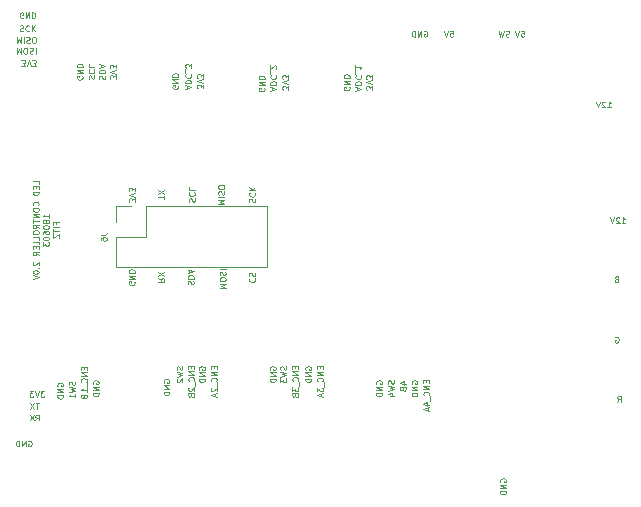
<source format=gbo>
G04 #@! TF.GenerationSoftware,KiCad,Pcbnew,5.0.0-rc2-unknown-2cb65f9~65~ubuntu17.10.1*
G04 #@! TF.CreationDate,2018-06-03T21:59:00-07:00*
G04 #@! TF.ProjectId,led_controller,6C65645F636F6E74726F6C6C65722E6B,rev?*
G04 #@! TF.SameCoordinates,Original*
G04 #@! TF.FileFunction,Legend,Bot*
G04 #@! TF.FilePolarity,Positive*
%FSLAX46Y46*%
G04 Gerber Fmt 4.6, Leading zero omitted, Abs format (unit mm)*
G04 Created by KiCad (PCBNEW 5.0.0-rc2-unknown-2cb65f9~65~ubuntu17.10.1) date Sun Jun  3 21:59:00 2018*
%MOMM*%
%LPD*%
G01*
G04 APERTURE LIST*
%ADD10C,0.125000*%
%ADD11C,0.120000*%
%ADD12C,0.100000*%
G04 APERTURE END LIST*
D10*
X107151190Y-116830952D02*
X107151190Y-116592857D01*
X106651190Y-116592857D01*
X106889285Y-116997619D02*
X106889285Y-117164285D01*
X107151190Y-117235714D02*
X107151190Y-116997619D01*
X106651190Y-116997619D01*
X106651190Y-117235714D01*
X107151190Y-117450000D02*
X106651190Y-117450000D01*
X106651190Y-117569047D01*
X106675000Y-117640476D01*
X106722619Y-117688095D01*
X106770238Y-117711904D01*
X106865476Y-117735714D01*
X106936904Y-117735714D01*
X107032142Y-117711904D01*
X107079761Y-117688095D01*
X107127380Y-117640476D01*
X107151190Y-117569047D01*
X107151190Y-117450000D01*
X107103571Y-118616666D02*
X107127380Y-118592857D01*
X107151190Y-118521428D01*
X107151190Y-118473809D01*
X107127380Y-118402380D01*
X107079761Y-118354761D01*
X107032142Y-118330952D01*
X106936904Y-118307142D01*
X106865476Y-118307142D01*
X106770238Y-118330952D01*
X106722619Y-118354761D01*
X106675000Y-118402380D01*
X106651190Y-118473809D01*
X106651190Y-118521428D01*
X106675000Y-118592857D01*
X106698809Y-118616666D01*
X106651190Y-118926190D02*
X106651190Y-119021428D01*
X106675000Y-119069047D01*
X106722619Y-119116666D01*
X106817857Y-119140476D01*
X106984523Y-119140476D01*
X107079761Y-119116666D01*
X107127380Y-119069047D01*
X107151190Y-119021428D01*
X107151190Y-118926190D01*
X107127380Y-118878571D01*
X107079761Y-118830952D01*
X106984523Y-118807142D01*
X106817857Y-118807142D01*
X106722619Y-118830952D01*
X106675000Y-118878571D01*
X106651190Y-118926190D01*
X107151190Y-119354761D02*
X106651190Y-119354761D01*
X107151190Y-119640476D01*
X106651190Y-119640476D01*
X106651190Y-119807142D02*
X106651190Y-120092857D01*
X107151190Y-119950000D02*
X106651190Y-119950000D01*
X107151190Y-120545238D02*
X106913095Y-120378571D01*
X107151190Y-120259523D02*
X106651190Y-120259523D01*
X106651190Y-120450000D01*
X106675000Y-120497619D01*
X106698809Y-120521428D01*
X106746428Y-120545238D01*
X106817857Y-120545238D01*
X106865476Y-120521428D01*
X106889285Y-120497619D01*
X106913095Y-120450000D01*
X106913095Y-120259523D01*
X106651190Y-120854761D02*
X106651190Y-120950000D01*
X106675000Y-120997619D01*
X106722619Y-121045238D01*
X106817857Y-121069047D01*
X106984523Y-121069047D01*
X107079761Y-121045238D01*
X107127380Y-120997619D01*
X107151190Y-120950000D01*
X107151190Y-120854761D01*
X107127380Y-120807142D01*
X107079761Y-120759523D01*
X106984523Y-120735714D01*
X106817857Y-120735714D01*
X106722619Y-120759523D01*
X106675000Y-120807142D01*
X106651190Y-120854761D01*
X107151190Y-121521428D02*
X107151190Y-121283333D01*
X106651190Y-121283333D01*
X107151190Y-121926190D02*
X107151190Y-121688095D01*
X106651190Y-121688095D01*
X106889285Y-122092857D02*
X106889285Y-122259523D01*
X107151190Y-122330952D02*
X107151190Y-122092857D01*
X106651190Y-122092857D01*
X106651190Y-122330952D01*
X107151190Y-122830952D02*
X106913095Y-122664285D01*
X107151190Y-122545238D02*
X106651190Y-122545238D01*
X106651190Y-122735714D01*
X106675000Y-122783333D01*
X106698809Y-122807142D01*
X106746428Y-122830952D01*
X106817857Y-122830952D01*
X106865476Y-122807142D01*
X106889285Y-122783333D01*
X106913095Y-122735714D01*
X106913095Y-122545238D01*
X106698809Y-123402380D02*
X106675000Y-123426190D01*
X106651190Y-123473809D01*
X106651190Y-123592857D01*
X106675000Y-123640476D01*
X106698809Y-123664285D01*
X106746428Y-123688095D01*
X106794047Y-123688095D01*
X106865476Y-123664285D01*
X107151190Y-123378571D01*
X107151190Y-123688095D01*
X107103571Y-123902380D02*
X107127380Y-123926190D01*
X107151190Y-123902380D01*
X107127380Y-123878571D01*
X107103571Y-123902380D01*
X107151190Y-123902380D01*
X106651190Y-124235714D02*
X106651190Y-124283333D01*
X106675000Y-124330952D01*
X106698809Y-124354761D01*
X106746428Y-124378571D01*
X106841666Y-124402380D01*
X106960714Y-124402380D01*
X107055952Y-124378571D01*
X107103571Y-124354761D01*
X107127380Y-124330952D01*
X107151190Y-124283333D01*
X107151190Y-124235714D01*
X107127380Y-124188095D01*
X107103571Y-124164285D01*
X107055952Y-124140476D01*
X106960714Y-124116666D01*
X106841666Y-124116666D01*
X106746428Y-124140476D01*
X106698809Y-124164285D01*
X106675000Y-124188095D01*
X106651190Y-124235714D01*
X106651190Y-124545238D02*
X107151190Y-124711904D01*
X106651190Y-124878571D01*
X108026190Y-119652380D02*
X108026190Y-119366666D01*
X108026190Y-119509523D02*
X107526190Y-119509523D01*
X107597619Y-119461904D01*
X107645238Y-119414285D01*
X107669047Y-119366666D01*
X107740476Y-119938095D02*
X107716666Y-119890476D01*
X107692857Y-119866666D01*
X107645238Y-119842857D01*
X107621428Y-119842857D01*
X107573809Y-119866666D01*
X107550000Y-119890476D01*
X107526190Y-119938095D01*
X107526190Y-120033333D01*
X107550000Y-120080952D01*
X107573809Y-120104761D01*
X107621428Y-120128571D01*
X107645238Y-120128571D01*
X107692857Y-120104761D01*
X107716666Y-120080952D01*
X107740476Y-120033333D01*
X107740476Y-119938095D01*
X107764285Y-119890476D01*
X107788095Y-119866666D01*
X107835714Y-119842857D01*
X107930952Y-119842857D01*
X107978571Y-119866666D01*
X108002380Y-119890476D01*
X108026190Y-119938095D01*
X108026190Y-120033333D01*
X108002380Y-120080952D01*
X107978571Y-120104761D01*
X107930952Y-120128571D01*
X107835714Y-120128571D01*
X107788095Y-120104761D01*
X107764285Y-120080952D01*
X107740476Y-120033333D01*
X107526190Y-120438095D02*
X107526190Y-120485714D01*
X107550000Y-120533333D01*
X107573809Y-120557142D01*
X107621428Y-120580952D01*
X107716666Y-120604761D01*
X107835714Y-120604761D01*
X107930952Y-120580952D01*
X107978571Y-120557142D01*
X108002380Y-120533333D01*
X108026190Y-120485714D01*
X108026190Y-120438095D01*
X108002380Y-120390476D01*
X107978571Y-120366666D01*
X107930952Y-120342857D01*
X107835714Y-120319047D01*
X107716666Y-120319047D01*
X107621428Y-120342857D01*
X107573809Y-120366666D01*
X107550000Y-120390476D01*
X107526190Y-120438095D01*
X107526190Y-121033333D02*
X107526190Y-120938095D01*
X107550000Y-120890476D01*
X107573809Y-120866666D01*
X107645238Y-120819047D01*
X107740476Y-120795238D01*
X107930952Y-120795238D01*
X107978571Y-120819047D01*
X108002380Y-120842857D01*
X108026190Y-120890476D01*
X108026190Y-120985714D01*
X108002380Y-121033333D01*
X107978571Y-121057142D01*
X107930952Y-121080952D01*
X107811904Y-121080952D01*
X107764285Y-121057142D01*
X107740476Y-121033333D01*
X107716666Y-120985714D01*
X107716666Y-120890476D01*
X107740476Y-120842857D01*
X107764285Y-120819047D01*
X107811904Y-120795238D01*
X107526190Y-121390476D02*
X107526190Y-121438095D01*
X107550000Y-121485714D01*
X107573809Y-121509523D01*
X107621428Y-121533333D01*
X107716666Y-121557142D01*
X107835714Y-121557142D01*
X107930952Y-121533333D01*
X107978571Y-121509523D01*
X108002380Y-121485714D01*
X108026190Y-121438095D01*
X108026190Y-121390476D01*
X108002380Y-121342857D01*
X107978571Y-121319047D01*
X107930952Y-121295238D01*
X107835714Y-121271428D01*
X107716666Y-121271428D01*
X107621428Y-121295238D01*
X107573809Y-121319047D01*
X107550000Y-121342857D01*
X107526190Y-121390476D01*
X107526190Y-121723809D02*
X107526190Y-122033333D01*
X107716666Y-121866666D01*
X107716666Y-121938095D01*
X107740476Y-121985714D01*
X107764285Y-122009523D01*
X107811904Y-122033333D01*
X107930952Y-122033333D01*
X107978571Y-122009523D01*
X108002380Y-121985714D01*
X108026190Y-121938095D01*
X108026190Y-121795238D01*
X108002380Y-121747619D01*
X107978571Y-121723809D01*
X108639285Y-120223809D02*
X108639285Y-120057142D01*
X108901190Y-120057142D02*
X108401190Y-120057142D01*
X108401190Y-120295238D01*
X108901190Y-120485714D02*
X108401190Y-120485714D01*
X108401190Y-120652380D02*
X108401190Y-120938095D01*
X108901190Y-120795238D02*
X108401190Y-120795238D01*
X108401190Y-121057142D02*
X108401190Y-121390476D01*
X108901190Y-121057142D01*
X108901190Y-121390476D01*
X125021428Y-124783333D02*
X124997619Y-124807142D01*
X124973809Y-124878571D01*
X124973809Y-124926190D01*
X124997619Y-124997619D01*
X125045238Y-125045238D01*
X125092857Y-125069047D01*
X125188095Y-125092857D01*
X125259523Y-125092857D01*
X125354761Y-125069047D01*
X125402380Y-125045238D01*
X125450000Y-124997619D01*
X125473809Y-124926190D01*
X125473809Y-124878571D01*
X125450000Y-124807142D01*
X125426190Y-124783333D01*
X124997619Y-124592857D02*
X124973809Y-124521428D01*
X124973809Y-124402380D01*
X124997619Y-124354761D01*
X125021428Y-124330952D01*
X125069047Y-124307142D01*
X125116666Y-124307142D01*
X125164285Y-124330952D01*
X125188095Y-124354761D01*
X125211904Y-124402380D01*
X125235714Y-124497619D01*
X125259523Y-124545238D01*
X125283333Y-124569047D01*
X125330952Y-124592857D01*
X125378571Y-124592857D01*
X125426190Y-124569047D01*
X125450000Y-124545238D01*
X125473809Y-124497619D01*
X125473809Y-124378571D01*
X125450000Y-124307142D01*
X117273809Y-124783333D02*
X117511904Y-124950000D01*
X117273809Y-125069047D02*
X117773809Y-125069047D01*
X117773809Y-124878571D01*
X117750000Y-124830952D01*
X117726190Y-124807142D01*
X117678571Y-124783333D01*
X117607142Y-124783333D01*
X117559523Y-124807142D01*
X117535714Y-124830952D01*
X117511904Y-124878571D01*
X117511904Y-125069047D01*
X117773809Y-124616666D02*
X117273809Y-124283333D01*
X117773809Y-124283333D02*
X117273809Y-124616666D01*
X122473809Y-125585714D02*
X122973809Y-125585714D01*
X122616666Y-125419047D01*
X122973809Y-125252380D01*
X122473809Y-125252380D01*
X122973809Y-124919047D02*
X122973809Y-124823809D01*
X122950000Y-124776190D01*
X122902380Y-124728571D01*
X122807142Y-124704761D01*
X122640476Y-124704761D01*
X122545238Y-124728571D01*
X122497619Y-124776190D01*
X122473809Y-124823809D01*
X122473809Y-124919047D01*
X122497619Y-124966666D01*
X122545238Y-125014285D01*
X122640476Y-125038095D01*
X122807142Y-125038095D01*
X122902380Y-125014285D01*
X122950000Y-124966666D01*
X122973809Y-124919047D01*
X122497619Y-124514285D02*
X122473809Y-124442857D01*
X122473809Y-124323809D01*
X122497619Y-124276190D01*
X122521428Y-124252380D01*
X122569047Y-124228571D01*
X122616666Y-124228571D01*
X122664285Y-124252380D01*
X122688095Y-124276190D01*
X122711904Y-124323809D01*
X122735714Y-124419047D01*
X122759523Y-124466666D01*
X122783333Y-124490476D01*
X122830952Y-124514285D01*
X122878571Y-124514285D01*
X122926190Y-124490476D01*
X122950000Y-124466666D01*
X122973809Y-124419047D01*
X122973809Y-124300000D01*
X122950000Y-124228571D01*
X122473809Y-124014285D02*
X122973809Y-124014285D01*
X115250000Y-125080952D02*
X115273809Y-125128571D01*
X115273809Y-125200000D01*
X115250000Y-125271428D01*
X115202380Y-125319047D01*
X115154761Y-125342857D01*
X115059523Y-125366666D01*
X114988095Y-125366666D01*
X114892857Y-125342857D01*
X114845238Y-125319047D01*
X114797619Y-125271428D01*
X114773809Y-125200000D01*
X114773809Y-125152380D01*
X114797619Y-125080952D01*
X114821428Y-125057142D01*
X114988095Y-125057142D01*
X114988095Y-125152380D01*
X114773809Y-124842857D02*
X115273809Y-124842857D01*
X114773809Y-124557142D01*
X115273809Y-124557142D01*
X114773809Y-124319047D02*
X115273809Y-124319047D01*
X115273809Y-124200000D01*
X115250000Y-124128571D01*
X115202380Y-124080952D01*
X115154761Y-124057142D01*
X115059523Y-124033333D01*
X114988095Y-124033333D01*
X114892857Y-124057142D01*
X114845238Y-124080952D01*
X114797619Y-124128571D01*
X114773809Y-124200000D01*
X114773809Y-124319047D01*
X119797619Y-125307142D02*
X119773809Y-125235714D01*
X119773809Y-125116666D01*
X119797619Y-125069047D01*
X119821428Y-125045238D01*
X119869047Y-125021428D01*
X119916666Y-125021428D01*
X119964285Y-125045238D01*
X119988095Y-125069047D01*
X120011904Y-125116666D01*
X120035714Y-125211904D01*
X120059523Y-125259523D01*
X120083333Y-125283333D01*
X120130952Y-125307142D01*
X120178571Y-125307142D01*
X120226190Y-125283333D01*
X120250000Y-125259523D01*
X120273809Y-125211904D01*
X120273809Y-125092857D01*
X120250000Y-125021428D01*
X119773809Y-124807142D02*
X120273809Y-124807142D01*
X120273809Y-124688095D01*
X120250000Y-124616666D01*
X120202380Y-124569047D01*
X120154761Y-124545238D01*
X120059523Y-124521428D01*
X119988095Y-124521428D01*
X119892857Y-124545238D01*
X119845238Y-124569047D01*
X119797619Y-124616666D01*
X119773809Y-124688095D01*
X119773809Y-124807142D01*
X119916666Y-124330952D02*
X119916666Y-124092857D01*
X119773809Y-124378571D02*
X120273809Y-124211904D01*
X119773809Y-124045238D01*
X119897619Y-118295238D02*
X119873809Y-118223809D01*
X119873809Y-118104761D01*
X119897619Y-118057142D01*
X119921428Y-118033333D01*
X119969047Y-118009523D01*
X120016666Y-118009523D01*
X120064285Y-118033333D01*
X120088095Y-118057142D01*
X120111904Y-118104761D01*
X120135714Y-118200000D01*
X120159523Y-118247619D01*
X120183333Y-118271428D01*
X120230952Y-118295238D01*
X120278571Y-118295238D01*
X120326190Y-118271428D01*
X120350000Y-118247619D01*
X120373809Y-118200000D01*
X120373809Y-118080952D01*
X120350000Y-118009523D01*
X119921428Y-117509523D02*
X119897619Y-117533333D01*
X119873809Y-117604761D01*
X119873809Y-117652380D01*
X119897619Y-117723809D01*
X119945238Y-117771428D01*
X119992857Y-117795238D01*
X120088095Y-117819047D01*
X120159523Y-117819047D01*
X120254761Y-117795238D01*
X120302380Y-117771428D01*
X120350000Y-117723809D01*
X120373809Y-117652380D01*
X120373809Y-117604761D01*
X120350000Y-117533333D01*
X120326190Y-117509523D01*
X119873809Y-117057142D02*
X119873809Y-117295238D01*
X120373809Y-117295238D01*
X117773809Y-118080952D02*
X117773809Y-117795238D01*
X117273809Y-117938095D02*
X117773809Y-117938095D01*
X117773809Y-117676190D02*
X117273809Y-117342857D01*
X117773809Y-117342857D02*
X117273809Y-117676190D01*
X124997619Y-118342857D02*
X124973809Y-118271428D01*
X124973809Y-118152380D01*
X124997619Y-118104761D01*
X125021428Y-118080952D01*
X125069047Y-118057142D01*
X125116666Y-118057142D01*
X125164285Y-118080952D01*
X125188095Y-118104761D01*
X125211904Y-118152380D01*
X125235714Y-118247619D01*
X125259523Y-118295238D01*
X125283333Y-118319047D01*
X125330952Y-118342857D01*
X125378571Y-118342857D01*
X125426190Y-118319047D01*
X125450000Y-118295238D01*
X125473809Y-118247619D01*
X125473809Y-118128571D01*
X125450000Y-118057142D01*
X125021428Y-117557142D02*
X124997619Y-117580952D01*
X124973809Y-117652380D01*
X124973809Y-117700000D01*
X124997619Y-117771428D01*
X125045238Y-117819047D01*
X125092857Y-117842857D01*
X125188095Y-117866666D01*
X125259523Y-117866666D01*
X125354761Y-117842857D01*
X125402380Y-117819047D01*
X125450000Y-117771428D01*
X125473809Y-117700000D01*
X125473809Y-117652380D01*
X125450000Y-117580952D01*
X125426190Y-117557142D01*
X124973809Y-117342857D02*
X125473809Y-117342857D01*
X124973809Y-117057142D02*
X125259523Y-117271428D01*
X125473809Y-117057142D02*
X125188095Y-117342857D01*
X115273809Y-118319047D02*
X115273809Y-118009523D01*
X115083333Y-118176190D01*
X115083333Y-118104761D01*
X115059523Y-118057142D01*
X115035714Y-118033333D01*
X114988095Y-118009523D01*
X114869047Y-118009523D01*
X114821428Y-118033333D01*
X114797619Y-118057142D01*
X114773809Y-118104761D01*
X114773809Y-118247619D01*
X114797619Y-118295238D01*
X114821428Y-118319047D01*
X115273809Y-117866666D02*
X114773809Y-117700000D01*
X115273809Y-117533333D01*
X115273809Y-117414285D02*
X115273809Y-117104761D01*
X115083333Y-117271428D01*
X115083333Y-117200000D01*
X115059523Y-117152380D01*
X115035714Y-117128571D01*
X114988095Y-117104761D01*
X114869047Y-117104761D01*
X114821428Y-117128571D01*
X114797619Y-117152380D01*
X114773809Y-117200000D01*
X114773809Y-117342857D01*
X114797619Y-117390476D01*
X114821428Y-117414285D01*
X122373809Y-118485714D02*
X122873809Y-118485714D01*
X122516666Y-118319047D01*
X122873809Y-118152380D01*
X122373809Y-118152380D01*
X122373809Y-117914285D02*
X122873809Y-117914285D01*
X122397619Y-117700000D02*
X122373809Y-117628571D01*
X122373809Y-117509523D01*
X122397619Y-117461904D01*
X122421428Y-117438095D01*
X122469047Y-117414285D01*
X122516666Y-117414285D01*
X122564285Y-117438095D01*
X122588095Y-117461904D01*
X122611904Y-117509523D01*
X122635714Y-117604761D01*
X122659523Y-117652380D01*
X122683333Y-117676190D01*
X122730952Y-117700000D01*
X122778571Y-117700000D01*
X122826190Y-117676190D01*
X122850000Y-117652380D01*
X122873809Y-117604761D01*
X122873809Y-117485714D01*
X122850000Y-117414285D01*
X122873809Y-117104761D02*
X122873809Y-117009523D01*
X122850000Y-116961904D01*
X122802380Y-116914285D01*
X122707142Y-116890476D01*
X122540476Y-116890476D01*
X122445238Y-116914285D01*
X122397619Y-116961904D01*
X122373809Y-117009523D01*
X122373809Y-117104761D01*
X122397619Y-117152380D01*
X122445238Y-117200000D01*
X122540476Y-117223809D01*
X122707142Y-117223809D01*
X122802380Y-117200000D01*
X122850000Y-117152380D01*
X122873809Y-117104761D01*
X146250000Y-142019047D02*
X146226190Y-141971428D01*
X146226190Y-141900000D01*
X146250000Y-141828571D01*
X146297619Y-141780952D01*
X146345238Y-141757142D01*
X146440476Y-141733333D01*
X146511904Y-141733333D01*
X146607142Y-141757142D01*
X146654761Y-141780952D01*
X146702380Y-141828571D01*
X146726190Y-141900000D01*
X146726190Y-141947619D01*
X146702380Y-142019047D01*
X146678571Y-142042857D01*
X146511904Y-142042857D01*
X146511904Y-141947619D01*
X146726190Y-142257142D02*
X146226190Y-142257142D01*
X146726190Y-142542857D01*
X146226190Y-142542857D01*
X146726190Y-142780952D02*
X146226190Y-142780952D01*
X146226190Y-142900000D01*
X146250000Y-142971428D01*
X146297619Y-143019047D01*
X146345238Y-143042857D01*
X146440476Y-143066666D01*
X146511904Y-143066666D01*
X146607142Y-143042857D01*
X146654761Y-143019047D01*
X146702380Y-142971428D01*
X146726190Y-142900000D01*
X146726190Y-142780952D01*
X106280952Y-138550000D02*
X106328571Y-138526190D01*
X106400000Y-138526190D01*
X106471428Y-138550000D01*
X106519047Y-138597619D01*
X106542857Y-138645238D01*
X106566666Y-138740476D01*
X106566666Y-138811904D01*
X106542857Y-138907142D01*
X106519047Y-138954761D01*
X106471428Y-139002380D01*
X106400000Y-139026190D01*
X106352380Y-139026190D01*
X106280952Y-139002380D01*
X106257142Y-138978571D01*
X106257142Y-138811904D01*
X106352380Y-138811904D01*
X106042857Y-139026190D02*
X106042857Y-138526190D01*
X105757142Y-139026190D01*
X105757142Y-138526190D01*
X105519047Y-139026190D02*
X105519047Y-138526190D01*
X105400000Y-138526190D01*
X105328571Y-138550000D01*
X105280952Y-138597619D01*
X105257142Y-138645238D01*
X105233333Y-138740476D01*
X105233333Y-138811904D01*
X105257142Y-138907142D01*
X105280952Y-138954761D01*
X105328571Y-139002380D01*
X105400000Y-139026190D01*
X105519047Y-139026190D01*
X107619047Y-134326190D02*
X107309523Y-134326190D01*
X107476190Y-134516666D01*
X107404761Y-134516666D01*
X107357142Y-134540476D01*
X107333333Y-134564285D01*
X107309523Y-134611904D01*
X107309523Y-134730952D01*
X107333333Y-134778571D01*
X107357142Y-134802380D01*
X107404761Y-134826190D01*
X107547619Y-134826190D01*
X107595238Y-134802380D01*
X107619047Y-134778571D01*
X107166666Y-134326190D02*
X107000000Y-134826190D01*
X106833333Y-134326190D01*
X106714285Y-134326190D02*
X106404761Y-134326190D01*
X106571428Y-134516666D01*
X106500000Y-134516666D01*
X106452380Y-134540476D01*
X106428571Y-134564285D01*
X106404761Y-134611904D01*
X106404761Y-134730952D01*
X106428571Y-134778571D01*
X106452380Y-134802380D01*
X106500000Y-134826190D01*
X106642857Y-134826190D01*
X106690476Y-134802380D01*
X106714285Y-134778571D01*
X107180952Y-135326190D02*
X106895238Y-135326190D01*
X107038095Y-135826190D02*
X107038095Y-135326190D01*
X106776190Y-135326190D02*
X106442857Y-135826190D01*
X106442857Y-135326190D02*
X106776190Y-135826190D01*
X106883333Y-136826190D02*
X107050000Y-136588095D01*
X107169047Y-136826190D02*
X107169047Y-136326190D01*
X106978571Y-136326190D01*
X106930952Y-136350000D01*
X106907142Y-136373809D01*
X106883333Y-136421428D01*
X106883333Y-136492857D01*
X106907142Y-136540476D01*
X106930952Y-136564285D01*
X106978571Y-136588095D01*
X107169047Y-136588095D01*
X106716666Y-136326190D02*
X106383333Y-136826190D01*
X106383333Y-136326190D02*
X106716666Y-136826190D01*
X111750000Y-133719047D02*
X111726190Y-133671428D01*
X111726190Y-133600000D01*
X111750000Y-133528571D01*
X111797619Y-133480952D01*
X111845238Y-133457142D01*
X111940476Y-133433333D01*
X112011904Y-133433333D01*
X112107142Y-133457142D01*
X112154761Y-133480952D01*
X112202380Y-133528571D01*
X112226190Y-133600000D01*
X112226190Y-133647619D01*
X112202380Y-133719047D01*
X112178571Y-133742857D01*
X112011904Y-133742857D01*
X112011904Y-133647619D01*
X112226190Y-133957142D02*
X111726190Y-133957142D01*
X112226190Y-134242857D01*
X111726190Y-134242857D01*
X112226190Y-134480952D02*
X111726190Y-134480952D01*
X111726190Y-134600000D01*
X111750000Y-134671428D01*
X111797619Y-134719047D01*
X111845238Y-134742857D01*
X111940476Y-134766666D01*
X112011904Y-134766666D01*
X112107142Y-134742857D01*
X112154761Y-134719047D01*
X112202380Y-134671428D01*
X112226190Y-134600000D01*
X112226190Y-134480952D01*
X110964285Y-132302380D02*
X110964285Y-132469047D01*
X111226190Y-132540476D02*
X111226190Y-132302380D01*
X110726190Y-132302380D01*
X110726190Y-132540476D01*
X111226190Y-132754761D02*
X110726190Y-132754761D01*
X111226190Y-133040476D01*
X110726190Y-133040476D01*
X111178571Y-133564285D02*
X111202380Y-133540476D01*
X111226190Y-133469047D01*
X111226190Y-133421428D01*
X111202380Y-133350000D01*
X111154761Y-133302380D01*
X111107142Y-133278571D01*
X111011904Y-133254761D01*
X110940476Y-133254761D01*
X110845238Y-133278571D01*
X110797619Y-133302380D01*
X110750000Y-133350000D01*
X110726190Y-133421428D01*
X110726190Y-133469047D01*
X110750000Y-133540476D01*
X110773809Y-133564285D01*
X111273809Y-133659523D02*
X111273809Y-134040476D01*
X111226190Y-134421428D02*
X111226190Y-134135714D01*
X111226190Y-134278571D02*
X110726190Y-134278571D01*
X110797619Y-134230952D01*
X110845238Y-134183333D01*
X110869047Y-134135714D01*
X110964285Y-134802380D02*
X110988095Y-134873809D01*
X111011904Y-134897619D01*
X111059523Y-134921428D01*
X111130952Y-134921428D01*
X111178571Y-134897619D01*
X111202380Y-134873809D01*
X111226190Y-134826190D01*
X111226190Y-134635714D01*
X110726190Y-134635714D01*
X110726190Y-134802380D01*
X110750000Y-134850000D01*
X110773809Y-134873809D01*
X110821428Y-134897619D01*
X110869047Y-134897619D01*
X110916666Y-134873809D01*
X110940476Y-134850000D01*
X110964285Y-134802380D01*
X110964285Y-134635714D01*
X110202380Y-133533333D02*
X110226190Y-133604761D01*
X110226190Y-133723809D01*
X110202380Y-133771428D01*
X110178571Y-133795238D01*
X110130952Y-133819047D01*
X110083333Y-133819047D01*
X110035714Y-133795238D01*
X110011904Y-133771428D01*
X109988095Y-133723809D01*
X109964285Y-133628571D01*
X109940476Y-133580952D01*
X109916666Y-133557142D01*
X109869047Y-133533333D01*
X109821428Y-133533333D01*
X109773809Y-133557142D01*
X109750000Y-133580952D01*
X109726190Y-133628571D01*
X109726190Y-133747619D01*
X109750000Y-133819047D01*
X109726190Y-133985714D02*
X110226190Y-134104761D01*
X109869047Y-134200000D01*
X110226190Y-134295238D01*
X109726190Y-134414285D01*
X110226190Y-134866666D02*
X110226190Y-134580952D01*
X110226190Y-134723809D02*
X109726190Y-134723809D01*
X109797619Y-134676190D01*
X109845238Y-134628571D01*
X109869047Y-134580952D01*
X108750000Y-133919047D02*
X108726190Y-133871428D01*
X108726190Y-133800000D01*
X108750000Y-133728571D01*
X108797619Y-133680952D01*
X108845238Y-133657142D01*
X108940476Y-133633333D01*
X109011904Y-133633333D01*
X109107142Y-133657142D01*
X109154761Y-133680952D01*
X109202380Y-133728571D01*
X109226190Y-133800000D01*
X109226190Y-133847619D01*
X109202380Y-133919047D01*
X109178571Y-133942857D01*
X109011904Y-133942857D01*
X109011904Y-133847619D01*
X109226190Y-134157142D02*
X108726190Y-134157142D01*
X109226190Y-134442857D01*
X108726190Y-134442857D01*
X109226190Y-134680952D02*
X108726190Y-134680952D01*
X108726190Y-134800000D01*
X108750000Y-134871428D01*
X108797619Y-134919047D01*
X108845238Y-134942857D01*
X108940476Y-134966666D01*
X109011904Y-134966666D01*
X109107142Y-134942857D01*
X109154761Y-134919047D01*
X109202380Y-134871428D01*
X109226190Y-134800000D01*
X109226190Y-134680952D01*
X117750000Y-133619047D02*
X117726190Y-133571428D01*
X117726190Y-133500000D01*
X117750000Y-133428571D01*
X117797619Y-133380952D01*
X117845238Y-133357142D01*
X117940476Y-133333333D01*
X118011904Y-133333333D01*
X118107142Y-133357142D01*
X118154761Y-133380952D01*
X118202380Y-133428571D01*
X118226190Y-133500000D01*
X118226190Y-133547619D01*
X118202380Y-133619047D01*
X118178571Y-133642857D01*
X118011904Y-133642857D01*
X118011904Y-133547619D01*
X118226190Y-133857142D02*
X117726190Y-133857142D01*
X118226190Y-134142857D01*
X117726190Y-134142857D01*
X118226190Y-134380952D02*
X117726190Y-134380952D01*
X117726190Y-134500000D01*
X117750000Y-134571428D01*
X117797619Y-134619047D01*
X117845238Y-134642857D01*
X117940476Y-134666666D01*
X118011904Y-134666666D01*
X118107142Y-134642857D01*
X118154761Y-134619047D01*
X118202380Y-134571428D01*
X118226190Y-134500000D01*
X118226190Y-134380952D01*
X120064285Y-132202380D02*
X120064285Y-132369047D01*
X120326190Y-132440476D02*
X120326190Y-132202380D01*
X119826190Y-132202380D01*
X119826190Y-132440476D01*
X120326190Y-132654761D02*
X119826190Y-132654761D01*
X120326190Y-132940476D01*
X119826190Y-132940476D01*
X120278571Y-133464285D02*
X120302380Y-133440476D01*
X120326190Y-133369047D01*
X120326190Y-133321428D01*
X120302380Y-133250000D01*
X120254761Y-133202380D01*
X120207142Y-133178571D01*
X120111904Y-133154761D01*
X120040476Y-133154761D01*
X119945238Y-133178571D01*
X119897619Y-133202380D01*
X119850000Y-133250000D01*
X119826190Y-133321428D01*
X119826190Y-133369047D01*
X119850000Y-133440476D01*
X119873809Y-133464285D01*
X120373809Y-133559523D02*
X120373809Y-133940476D01*
X119873809Y-134035714D02*
X119850000Y-134059523D01*
X119826190Y-134107142D01*
X119826190Y-134226190D01*
X119850000Y-134273809D01*
X119873809Y-134297619D01*
X119921428Y-134321428D01*
X119969047Y-134321428D01*
X120040476Y-134297619D01*
X120326190Y-134011904D01*
X120326190Y-134321428D01*
X120064285Y-134702380D02*
X120088095Y-134773809D01*
X120111904Y-134797619D01*
X120159523Y-134821428D01*
X120230952Y-134821428D01*
X120278571Y-134797619D01*
X120302380Y-134773809D01*
X120326190Y-134726190D01*
X120326190Y-134535714D01*
X119826190Y-134535714D01*
X119826190Y-134702380D01*
X119850000Y-134750000D01*
X119873809Y-134773809D01*
X119921428Y-134797619D01*
X119969047Y-134797619D01*
X120016666Y-134773809D01*
X120040476Y-134750000D01*
X120064285Y-134702380D01*
X120064285Y-134535714D01*
X121964285Y-132238095D02*
X121964285Y-132404761D01*
X122226190Y-132476190D02*
X122226190Y-132238095D01*
X121726190Y-132238095D01*
X121726190Y-132476190D01*
X122226190Y-132690476D02*
X121726190Y-132690476D01*
X122226190Y-132976190D01*
X121726190Y-132976190D01*
X122178571Y-133500000D02*
X122202380Y-133476190D01*
X122226190Y-133404761D01*
X122226190Y-133357142D01*
X122202380Y-133285714D01*
X122154761Y-133238095D01*
X122107142Y-133214285D01*
X122011904Y-133190476D01*
X121940476Y-133190476D01*
X121845238Y-133214285D01*
X121797619Y-133238095D01*
X121750000Y-133285714D01*
X121726190Y-133357142D01*
X121726190Y-133404761D01*
X121750000Y-133476190D01*
X121773809Y-133500000D01*
X122273809Y-133595238D02*
X122273809Y-133976190D01*
X121773809Y-134071428D02*
X121750000Y-134095238D01*
X121726190Y-134142857D01*
X121726190Y-134261904D01*
X121750000Y-134309523D01*
X121773809Y-134333333D01*
X121821428Y-134357142D01*
X121869047Y-134357142D01*
X121940476Y-134333333D01*
X122226190Y-134047619D01*
X122226190Y-134357142D01*
X122083333Y-134547619D02*
X122083333Y-134785714D01*
X122226190Y-134500000D02*
X121726190Y-134666666D01*
X122226190Y-134833333D01*
X119302380Y-132233333D02*
X119326190Y-132304761D01*
X119326190Y-132423809D01*
X119302380Y-132471428D01*
X119278571Y-132495238D01*
X119230952Y-132519047D01*
X119183333Y-132519047D01*
X119135714Y-132495238D01*
X119111904Y-132471428D01*
X119088095Y-132423809D01*
X119064285Y-132328571D01*
X119040476Y-132280952D01*
X119016666Y-132257142D01*
X118969047Y-132233333D01*
X118921428Y-132233333D01*
X118873809Y-132257142D01*
X118850000Y-132280952D01*
X118826190Y-132328571D01*
X118826190Y-132447619D01*
X118850000Y-132519047D01*
X118826190Y-132685714D02*
X119326190Y-132804761D01*
X118969047Y-132900000D01*
X119326190Y-132995238D01*
X118826190Y-133114285D01*
X118873809Y-133280952D02*
X118850000Y-133304761D01*
X118826190Y-133352380D01*
X118826190Y-133471428D01*
X118850000Y-133519047D01*
X118873809Y-133542857D01*
X118921428Y-133566666D01*
X118969047Y-133566666D01*
X119040476Y-133542857D01*
X119326190Y-133257142D01*
X119326190Y-133566666D01*
X120750000Y-132519047D02*
X120726190Y-132471428D01*
X120726190Y-132400000D01*
X120750000Y-132328571D01*
X120797619Y-132280952D01*
X120845238Y-132257142D01*
X120940476Y-132233333D01*
X121011904Y-132233333D01*
X121107142Y-132257142D01*
X121154761Y-132280952D01*
X121202380Y-132328571D01*
X121226190Y-132400000D01*
X121226190Y-132447619D01*
X121202380Y-132519047D01*
X121178571Y-132542857D01*
X121011904Y-132542857D01*
X121011904Y-132447619D01*
X121226190Y-132757142D02*
X120726190Y-132757142D01*
X121226190Y-133042857D01*
X120726190Y-133042857D01*
X121226190Y-133280952D02*
X120726190Y-133280952D01*
X120726190Y-133400000D01*
X120750000Y-133471428D01*
X120797619Y-133519047D01*
X120845238Y-133542857D01*
X120940476Y-133566666D01*
X121011904Y-133566666D01*
X121107142Y-133542857D01*
X121154761Y-133519047D01*
X121202380Y-133471428D01*
X121226190Y-133400000D01*
X121226190Y-133280952D01*
X128102380Y-132233333D02*
X128126190Y-132304761D01*
X128126190Y-132423809D01*
X128102380Y-132471428D01*
X128078571Y-132495238D01*
X128030952Y-132519047D01*
X127983333Y-132519047D01*
X127935714Y-132495238D01*
X127911904Y-132471428D01*
X127888095Y-132423809D01*
X127864285Y-132328571D01*
X127840476Y-132280952D01*
X127816666Y-132257142D01*
X127769047Y-132233333D01*
X127721428Y-132233333D01*
X127673809Y-132257142D01*
X127650000Y-132280952D01*
X127626190Y-132328571D01*
X127626190Y-132447619D01*
X127650000Y-132519047D01*
X127626190Y-132685714D02*
X128126190Y-132804761D01*
X127769047Y-132900000D01*
X128126190Y-132995238D01*
X127626190Y-133114285D01*
X127626190Y-133257142D02*
X127626190Y-133566666D01*
X127816666Y-133400000D01*
X127816666Y-133471428D01*
X127840476Y-133519047D01*
X127864285Y-133542857D01*
X127911904Y-133566666D01*
X128030952Y-133566666D01*
X128078571Y-133542857D01*
X128102380Y-133519047D01*
X128126190Y-133471428D01*
X128126190Y-133328571D01*
X128102380Y-133280952D01*
X128078571Y-133257142D01*
X126750000Y-132519047D02*
X126726190Y-132471428D01*
X126726190Y-132400000D01*
X126750000Y-132328571D01*
X126797619Y-132280952D01*
X126845238Y-132257142D01*
X126940476Y-132233333D01*
X127011904Y-132233333D01*
X127107142Y-132257142D01*
X127154761Y-132280952D01*
X127202380Y-132328571D01*
X127226190Y-132400000D01*
X127226190Y-132447619D01*
X127202380Y-132519047D01*
X127178571Y-132542857D01*
X127011904Y-132542857D01*
X127011904Y-132447619D01*
X127226190Y-132757142D02*
X126726190Y-132757142D01*
X127226190Y-133042857D01*
X126726190Y-133042857D01*
X127226190Y-133280952D02*
X126726190Y-133280952D01*
X126726190Y-133400000D01*
X126750000Y-133471428D01*
X126797619Y-133519047D01*
X126845238Y-133542857D01*
X126940476Y-133566666D01*
X127011904Y-133566666D01*
X127107142Y-133542857D01*
X127154761Y-133519047D01*
X127202380Y-133471428D01*
X127226190Y-133400000D01*
X127226190Y-133280952D01*
X128864285Y-132202380D02*
X128864285Y-132369047D01*
X129126190Y-132440476D02*
X129126190Y-132202380D01*
X128626190Y-132202380D01*
X128626190Y-132440476D01*
X129126190Y-132654761D02*
X128626190Y-132654761D01*
X129126190Y-132940476D01*
X128626190Y-132940476D01*
X129078571Y-133464285D02*
X129102380Y-133440476D01*
X129126190Y-133369047D01*
X129126190Y-133321428D01*
X129102380Y-133250000D01*
X129054761Y-133202380D01*
X129007142Y-133178571D01*
X128911904Y-133154761D01*
X128840476Y-133154761D01*
X128745238Y-133178571D01*
X128697619Y-133202380D01*
X128650000Y-133250000D01*
X128626190Y-133321428D01*
X128626190Y-133369047D01*
X128650000Y-133440476D01*
X128673809Y-133464285D01*
X129173809Y-133559523D02*
X129173809Y-133940476D01*
X128626190Y-134011904D02*
X128626190Y-134321428D01*
X128816666Y-134154761D01*
X128816666Y-134226190D01*
X128840476Y-134273809D01*
X128864285Y-134297619D01*
X128911904Y-134321428D01*
X129030952Y-134321428D01*
X129078571Y-134297619D01*
X129102380Y-134273809D01*
X129126190Y-134226190D01*
X129126190Y-134083333D01*
X129102380Y-134035714D01*
X129078571Y-134011904D01*
X128864285Y-134702380D02*
X128888095Y-134773809D01*
X128911904Y-134797619D01*
X128959523Y-134821428D01*
X129030952Y-134821428D01*
X129078571Y-134797619D01*
X129102380Y-134773809D01*
X129126190Y-134726190D01*
X129126190Y-134535714D01*
X128626190Y-134535714D01*
X128626190Y-134702380D01*
X128650000Y-134750000D01*
X128673809Y-134773809D01*
X128721428Y-134797619D01*
X128769047Y-134797619D01*
X128816666Y-134773809D01*
X128840476Y-134750000D01*
X128864285Y-134702380D01*
X128864285Y-134535714D01*
X130964285Y-132238095D02*
X130964285Y-132404761D01*
X131226190Y-132476190D02*
X131226190Y-132238095D01*
X130726190Y-132238095D01*
X130726190Y-132476190D01*
X131226190Y-132690476D02*
X130726190Y-132690476D01*
X131226190Y-132976190D01*
X130726190Y-132976190D01*
X131178571Y-133500000D02*
X131202380Y-133476190D01*
X131226190Y-133404761D01*
X131226190Y-133357142D01*
X131202380Y-133285714D01*
X131154761Y-133238095D01*
X131107142Y-133214285D01*
X131011904Y-133190476D01*
X130940476Y-133190476D01*
X130845238Y-133214285D01*
X130797619Y-133238095D01*
X130750000Y-133285714D01*
X130726190Y-133357142D01*
X130726190Y-133404761D01*
X130750000Y-133476190D01*
X130773809Y-133500000D01*
X131273809Y-133595238D02*
X131273809Y-133976190D01*
X130726190Y-134047619D02*
X130726190Y-134357142D01*
X130916666Y-134190476D01*
X130916666Y-134261904D01*
X130940476Y-134309523D01*
X130964285Y-134333333D01*
X131011904Y-134357142D01*
X131130952Y-134357142D01*
X131178571Y-134333333D01*
X131202380Y-134309523D01*
X131226190Y-134261904D01*
X131226190Y-134119047D01*
X131202380Y-134071428D01*
X131178571Y-134047619D01*
X131083333Y-134547619D02*
X131083333Y-134785714D01*
X131226190Y-134500000D02*
X130726190Y-134666666D01*
X131226190Y-134833333D01*
X129750000Y-132519047D02*
X129726190Y-132471428D01*
X129726190Y-132400000D01*
X129750000Y-132328571D01*
X129797619Y-132280952D01*
X129845238Y-132257142D01*
X129940476Y-132233333D01*
X130011904Y-132233333D01*
X130107142Y-132257142D01*
X130154761Y-132280952D01*
X130202380Y-132328571D01*
X130226190Y-132400000D01*
X130226190Y-132447619D01*
X130202380Y-132519047D01*
X130178571Y-132542857D01*
X130011904Y-132542857D01*
X130011904Y-132447619D01*
X130226190Y-132757142D02*
X129726190Y-132757142D01*
X130226190Y-133042857D01*
X129726190Y-133042857D01*
X130226190Y-133280952D02*
X129726190Y-133280952D01*
X129726190Y-133400000D01*
X129750000Y-133471428D01*
X129797619Y-133519047D01*
X129845238Y-133542857D01*
X129940476Y-133566666D01*
X130011904Y-133566666D01*
X130107142Y-133542857D01*
X130154761Y-133519047D01*
X130202380Y-133471428D01*
X130226190Y-133400000D01*
X130226190Y-133280952D01*
X137892857Y-133745238D02*
X138226190Y-133745238D01*
X137702380Y-133626190D02*
X138059523Y-133507142D01*
X138059523Y-133816666D01*
X137964285Y-134173809D02*
X137988095Y-134245238D01*
X138011904Y-134269047D01*
X138059523Y-134292857D01*
X138130952Y-134292857D01*
X138178571Y-134269047D01*
X138202380Y-134245238D01*
X138226190Y-134197619D01*
X138226190Y-134007142D01*
X137726190Y-134007142D01*
X137726190Y-134173809D01*
X137750000Y-134221428D01*
X137773809Y-134245238D01*
X137821428Y-134269047D01*
X137869047Y-134269047D01*
X137916666Y-134245238D01*
X137940476Y-134221428D01*
X137964285Y-134173809D01*
X137964285Y-134007142D01*
X135750000Y-133719047D02*
X135726190Y-133671428D01*
X135726190Y-133600000D01*
X135750000Y-133528571D01*
X135797619Y-133480952D01*
X135845238Y-133457142D01*
X135940476Y-133433333D01*
X136011904Y-133433333D01*
X136107142Y-133457142D01*
X136154761Y-133480952D01*
X136202380Y-133528571D01*
X136226190Y-133600000D01*
X136226190Y-133647619D01*
X136202380Y-133719047D01*
X136178571Y-133742857D01*
X136011904Y-133742857D01*
X136011904Y-133647619D01*
X136226190Y-133957142D02*
X135726190Y-133957142D01*
X136226190Y-134242857D01*
X135726190Y-134242857D01*
X136226190Y-134480952D02*
X135726190Y-134480952D01*
X135726190Y-134600000D01*
X135750000Y-134671428D01*
X135797619Y-134719047D01*
X135845238Y-134742857D01*
X135940476Y-134766666D01*
X136011904Y-134766666D01*
X136107142Y-134742857D01*
X136154761Y-134719047D01*
X136202380Y-134671428D01*
X136226190Y-134600000D01*
X136226190Y-134480952D01*
X138750000Y-133719047D02*
X138726190Y-133671428D01*
X138726190Y-133600000D01*
X138750000Y-133528571D01*
X138797619Y-133480952D01*
X138845238Y-133457142D01*
X138940476Y-133433333D01*
X139011904Y-133433333D01*
X139107142Y-133457142D01*
X139154761Y-133480952D01*
X139202380Y-133528571D01*
X139226190Y-133600000D01*
X139226190Y-133647619D01*
X139202380Y-133719047D01*
X139178571Y-133742857D01*
X139011904Y-133742857D01*
X139011904Y-133647619D01*
X139226190Y-133957142D02*
X138726190Y-133957142D01*
X139226190Y-134242857D01*
X138726190Y-134242857D01*
X139226190Y-134480952D02*
X138726190Y-134480952D01*
X138726190Y-134600000D01*
X138750000Y-134671428D01*
X138797619Y-134719047D01*
X138845238Y-134742857D01*
X138940476Y-134766666D01*
X139011904Y-134766666D01*
X139107142Y-134742857D01*
X139154761Y-134719047D01*
X139202380Y-134671428D01*
X139226190Y-134600000D01*
X139226190Y-134480952D01*
X139964285Y-133438095D02*
X139964285Y-133604761D01*
X140226190Y-133676190D02*
X140226190Y-133438095D01*
X139726190Y-133438095D01*
X139726190Y-133676190D01*
X140226190Y-133890476D02*
X139726190Y-133890476D01*
X140226190Y-134176190D01*
X139726190Y-134176190D01*
X140178571Y-134700000D02*
X140202380Y-134676190D01*
X140226190Y-134604761D01*
X140226190Y-134557142D01*
X140202380Y-134485714D01*
X140154761Y-134438095D01*
X140107142Y-134414285D01*
X140011904Y-134390476D01*
X139940476Y-134390476D01*
X139845238Y-134414285D01*
X139797619Y-134438095D01*
X139750000Y-134485714D01*
X139726190Y-134557142D01*
X139726190Y-134604761D01*
X139750000Y-134676190D01*
X139773809Y-134700000D01*
X140273809Y-134795238D02*
X140273809Y-135176190D01*
X139892857Y-135509523D02*
X140226190Y-135509523D01*
X139702380Y-135390476D02*
X140059523Y-135271428D01*
X140059523Y-135580952D01*
X140083333Y-135747619D02*
X140083333Y-135985714D01*
X140226190Y-135700000D02*
X139726190Y-135866666D01*
X140226190Y-136033333D01*
X137202380Y-133433333D02*
X137226190Y-133504761D01*
X137226190Y-133623809D01*
X137202380Y-133671428D01*
X137178571Y-133695238D01*
X137130952Y-133719047D01*
X137083333Y-133719047D01*
X137035714Y-133695238D01*
X137011904Y-133671428D01*
X136988095Y-133623809D01*
X136964285Y-133528571D01*
X136940476Y-133480952D01*
X136916666Y-133457142D01*
X136869047Y-133433333D01*
X136821428Y-133433333D01*
X136773809Y-133457142D01*
X136750000Y-133480952D01*
X136726190Y-133528571D01*
X136726190Y-133647619D01*
X136750000Y-133719047D01*
X136726190Y-133885714D02*
X137226190Y-134004761D01*
X136869047Y-134100000D01*
X137226190Y-134195238D01*
X136726190Y-134314285D01*
X136892857Y-134719047D02*
X137226190Y-134719047D01*
X136702380Y-134600000D02*
X137059523Y-134480952D01*
X137059523Y-134790476D01*
X156145238Y-135226190D02*
X156311904Y-134988095D01*
X156430952Y-135226190D02*
X156430952Y-134726190D01*
X156240476Y-134726190D01*
X156192857Y-134750000D01*
X156169047Y-134773809D01*
X156145238Y-134821428D01*
X156145238Y-134892857D01*
X156169047Y-134940476D01*
X156192857Y-134964285D01*
X156240476Y-134988095D01*
X156430952Y-134988095D01*
X155969047Y-129750000D02*
X156016666Y-129726190D01*
X156088095Y-129726190D01*
X156159523Y-129750000D01*
X156207142Y-129797619D01*
X156230952Y-129845238D01*
X156254761Y-129940476D01*
X156254761Y-130011904D01*
X156230952Y-130107142D01*
X156207142Y-130154761D01*
X156159523Y-130202380D01*
X156088095Y-130226190D01*
X156040476Y-130226190D01*
X155969047Y-130202380D01*
X155945238Y-130178571D01*
X155945238Y-130011904D01*
X156040476Y-130011904D01*
X156064285Y-124864285D02*
X155992857Y-124888095D01*
X155969047Y-124911904D01*
X155945238Y-124959523D01*
X155945238Y-125030952D01*
X155969047Y-125078571D01*
X155992857Y-125102380D01*
X156040476Y-125126190D01*
X156230952Y-125126190D01*
X156230952Y-124626190D01*
X156064285Y-124626190D01*
X156016666Y-124650000D01*
X155992857Y-124673809D01*
X155969047Y-124721428D01*
X155969047Y-124769047D01*
X155992857Y-124816666D01*
X156016666Y-124840476D01*
X156064285Y-124864285D01*
X156230952Y-124864285D01*
X156509523Y-120126190D02*
X156795238Y-120126190D01*
X156652380Y-120126190D02*
X156652380Y-119626190D01*
X156700000Y-119697619D01*
X156747619Y-119745238D01*
X156795238Y-119769047D01*
X156319047Y-119673809D02*
X156295238Y-119650000D01*
X156247619Y-119626190D01*
X156128571Y-119626190D01*
X156080952Y-119650000D01*
X156057142Y-119673809D01*
X156033333Y-119721428D01*
X156033333Y-119769047D01*
X156057142Y-119840476D01*
X156342857Y-120126190D01*
X156033333Y-120126190D01*
X155890476Y-119626190D02*
X155723809Y-120126190D01*
X155557142Y-119626190D01*
X155309523Y-110326190D02*
X155595238Y-110326190D01*
X155452380Y-110326190D02*
X155452380Y-109826190D01*
X155500000Y-109897619D01*
X155547619Y-109945238D01*
X155595238Y-109969047D01*
X155119047Y-109873809D02*
X155095238Y-109850000D01*
X155047619Y-109826190D01*
X154928571Y-109826190D01*
X154880952Y-109850000D01*
X154857142Y-109873809D01*
X154833333Y-109921428D01*
X154833333Y-109969047D01*
X154857142Y-110040476D01*
X155142857Y-110326190D01*
X154833333Y-110326190D01*
X154690476Y-109826190D02*
X154523809Y-110326190D01*
X154357142Y-109826190D01*
X148009523Y-103826190D02*
X148247619Y-103826190D01*
X148271428Y-104064285D01*
X148247619Y-104040476D01*
X148200000Y-104016666D01*
X148080952Y-104016666D01*
X148033333Y-104040476D01*
X148009523Y-104064285D01*
X147985714Y-104111904D01*
X147985714Y-104230952D01*
X148009523Y-104278571D01*
X148033333Y-104302380D01*
X148080952Y-104326190D01*
X148200000Y-104326190D01*
X148247619Y-104302380D01*
X148271428Y-104278571D01*
X147842857Y-103826190D02*
X147676190Y-104326190D01*
X147509523Y-103826190D01*
X146985714Y-104302380D02*
X146914285Y-104326190D01*
X146795238Y-104326190D01*
X146747619Y-104302380D01*
X146723809Y-104278571D01*
X146700000Y-104230952D01*
X146700000Y-104183333D01*
X146723809Y-104135714D01*
X146747619Y-104111904D01*
X146795238Y-104088095D01*
X146890476Y-104064285D01*
X146938095Y-104040476D01*
X146961904Y-104016666D01*
X146985714Y-103969047D01*
X146985714Y-103921428D01*
X146961904Y-103873809D01*
X146938095Y-103850000D01*
X146890476Y-103826190D01*
X146771428Y-103826190D01*
X146700000Y-103850000D01*
X146533333Y-103826190D02*
X146414285Y-104326190D01*
X146319047Y-103969047D01*
X146223809Y-104326190D01*
X146104761Y-103826190D01*
X141995238Y-103826190D02*
X142233333Y-103826190D01*
X142257142Y-104064285D01*
X142233333Y-104040476D01*
X142185714Y-104016666D01*
X142066666Y-104016666D01*
X142019047Y-104040476D01*
X141995238Y-104064285D01*
X141971428Y-104111904D01*
X141971428Y-104230952D01*
X141995238Y-104278571D01*
X142019047Y-104302380D01*
X142066666Y-104326190D01*
X142185714Y-104326190D01*
X142233333Y-104302380D01*
X142257142Y-104278571D01*
X141828571Y-103826190D02*
X141661904Y-104326190D01*
X141495238Y-103826190D01*
X139780952Y-103850000D02*
X139828571Y-103826190D01*
X139900000Y-103826190D01*
X139971428Y-103850000D01*
X140019047Y-103897619D01*
X140042857Y-103945238D01*
X140066666Y-104040476D01*
X140066666Y-104111904D01*
X140042857Y-104207142D01*
X140019047Y-104254761D01*
X139971428Y-104302380D01*
X139900000Y-104326190D01*
X139852380Y-104326190D01*
X139780952Y-104302380D01*
X139757142Y-104278571D01*
X139757142Y-104111904D01*
X139852380Y-104111904D01*
X139542857Y-104326190D02*
X139542857Y-103826190D01*
X139257142Y-104326190D01*
X139257142Y-103826190D01*
X139019047Y-104326190D02*
X139019047Y-103826190D01*
X138900000Y-103826190D01*
X138828571Y-103850000D01*
X138780952Y-103897619D01*
X138757142Y-103945238D01*
X138733333Y-104040476D01*
X138733333Y-104111904D01*
X138757142Y-104207142D01*
X138780952Y-104254761D01*
X138828571Y-104302380D01*
X138900000Y-104326190D01*
X139019047Y-104326190D01*
X134116666Y-108847619D02*
X134116666Y-108609523D01*
X133973809Y-108895238D02*
X134473809Y-108728571D01*
X133973809Y-108561904D01*
X133973809Y-108395238D02*
X134473809Y-108395238D01*
X134473809Y-108276190D01*
X134450000Y-108204761D01*
X134402380Y-108157142D01*
X134354761Y-108133333D01*
X134259523Y-108109523D01*
X134188095Y-108109523D01*
X134092857Y-108133333D01*
X134045238Y-108157142D01*
X133997619Y-108204761D01*
X133973809Y-108276190D01*
X133973809Y-108395238D01*
X134021428Y-107609523D02*
X133997619Y-107633333D01*
X133973809Y-107704761D01*
X133973809Y-107752380D01*
X133997619Y-107823809D01*
X134045238Y-107871428D01*
X134092857Y-107895238D01*
X134188095Y-107919047D01*
X134259523Y-107919047D01*
X134354761Y-107895238D01*
X134402380Y-107871428D01*
X134450000Y-107823809D01*
X134473809Y-107752380D01*
X134473809Y-107704761D01*
X134450000Y-107633333D01*
X134426190Y-107609523D01*
X133926190Y-107514285D02*
X133926190Y-107133333D01*
X133973809Y-106752380D02*
X133973809Y-107038095D01*
X133973809Y-106895238D02*
X134473809Y-106895238D01*
X134402380Y-106942857D01*
X134354761Y-106990476D01*
X134330952Y-107038095D01*
X133450000Y-108580952D02*
X133473809Y-108628571D01*
X133473809Y-108700000D01*
X133450000Y-108771428D01*
X133402380Y-108819047D01*
X133354761Y-108842857D01*
X133259523Y-108866666D01*
X133188095Y-108866666D01*
X133092857Y-108842857D01*
X133045238Y-108819047D01*
X132997619Y-108771428D01*
X132973809Y-108700000D01*
X132973809Y-108652380D01*
X132997619Y-108580952D01*
X133021428Y-108557142D01*
X133188095Y-108557142D01*
X133188095Y-108652380D01*
X132973809Y-108342857D02*
X133473809Y-108342857D01*
X132973809Y-108057142D01*
X133473809Y-108057142D01*
X132973809Y-107819047D02*
X133473809Y-107819047D01*
X133473809Y-107700000D01*
X133450000Y-107628571D01*
X133402380Y-107580952D01*
X133354761Y-107557142D01*
X133259523Y-107533333D01*
X133188095Y-107533333D01*
X133092857Y-107557142D01*
X133045238Y-107580952D01*
X132997619Y-107628571D01*
X132973809Y-107700000D01*
X132973809Y-107819047D01*
X135373809Y-108819047D02*
X135373809Y-108509523D01*
X135183333Y-108676190D01*
X135183333Y-108604761D01*
X135159523Y-108557142D01*
X135135714Y-108533333D01*
X135088095Y-108509523D01*
X134969047Y-108509523D01*
X134921428Y-108533333D01*
X134897619Y-108557142D01*
X134873809Y-108604761D01*
X134873809Y-108747619D01*
X134897619Y-108795238D01*
X134921428Y-108819047D01*
X135373809Y-108366666D02*
X134873809Y-108200000D01*
X135373809Y-108033333D01*
X135373809Y-107914285D02*
X135373809Y-107604761D01*
X135183333Y-107771428D01*
X135183333Y-107700000D01*
X135159523Y-107652380D01*
X135135714Y-107628571D01*
X135088095Y-107604761D01*
X134969047Y-107604761D01*
X134921428Y-107628571D01*
X134897619Y-107652380D01*
X134873809Y-107700000D01*
X134873809Y-107842857D01*
X134897619Y-107890476D01*
X134921428Y-107914285D01*
X128273809Y-108819047D02*
X128273809Y-108509523D01*
X128083333Y-108676190D01*
X128083333Y-108604761D01*
X128059523Y-108557142D01*
X128035714Y-108533333D01*
X127988095Y-108509523D01*
X127869047Y-108509523D01*
X127821428Y-108533333D01*
X127797619Y-108557142D01*
X127773809Y-108604761D01*
X127773809Y-108747619D01*
X127797619Y-108795238D01*
X127821428Y-108819047D01*
X128273809Y-108366666D02*
X127773809Y-108200000D01*
X128273809Y-108033333D01*
X128273809Y-107914285D02*
X128273809Y-107604761D01*
X128083333Y-107771428D01*
X128083333Y-107700000D01*
X128059523Y-107652380D01*
X128035714Y-107628571D01*
X127988095Y-107604761D01*
X127869047Y-107604761D01*
X127821428Y-107628571D01*
X127797619Y-107652380D01*
X127773809Y-107700000D01*
X127773809Y-107842857D01*
X127797619Y-107890476D01*
X127821428Y-107914285D01*
X126250000Y-108680952D02*
X126273809Y-108728571D01*
X126273809Y-108800000D01*
X126250000Y-108871428D01*
X126202380Y-108919047D01*
X126154761Y-108942857D01*
X126059523Y-108966666D01*
X125988095Y-108966666D01*
X125892857Y-108942857D01*
X125845238Y-108919047D01*
X125797619Y-108871428D01*
X125773809Y-108800000D01*
X125773809Y-108752380D01*
X125797619Y-108680952D01*
X125821428Y-108657142D01*
X125988095Y-108657142D01*
X125988095Y-108752380D01*
X125773809Y-108442857D02*
X126273809Y-108442857D01*
X125773809Y-108157142D01*
X126273809Y-108157142D01*
X125773809Y-107919047D02*
X126273809Y-107919047D01*
X126273809Y-107800000D01*
X126250000Y-107728571D01*
X126202380Y-107680952D01*
X126154761Y-107657142D01*
X126059523Y-107633333D01*
X125988095Y-107633333D01*
X125892857Y-107657142D01*
X125845238Y-107680952D01*
X125797619Y-107728571D01*
X125773809Y-107800000D01*
X125773809Y-107919047D01*
X126916666Y-108847619D02*
X126916666Y-108609523D01*
X126773809Y-108895238D02*
X127273809Y-108728571D01*
X126773809Y-108561904D01*
X126773809Y-108395238D02*
X127273809Y-108395238D01*
X127273809Y-108276190D01*
X127250000Y-108204761D01*
X127202380Y-108157142D01*
X127154761Y-108133333D01*
X127059523Y-108109523D01*
X126988095Y-108109523D01*
X126892857Y-108133333D01*
X126845238Y-108157142D01*
X126797619Y-108204761D01*
X126773809Y-108276190D01*
X126773809Y-108395238D01*
X126821428Y-107609523D02*
X126797619Y-107633333D01*
X126773809Y-107704761D01*
X126773809Y-107752380D01*
X126797619Y-107823809D01*
X126845238Y-107871428D01*
X126892857Y-107895238D01*
X126988095Y-107919047D01*
X127059523Y-107919047D01*
X127154761Y-107895238D01*
X127202380Y-107871428D01*
X127250000Y-107823809D01*
X127273809Y-107752380D01*
X127273809Y-107704761D01*
X127250000Y-107633333D01*
X127226190Y-107609523D01*
X126726190Y-107514285D02*
X126726190Y-107133333D01*
X127226190Y-107038095D02*
X127250000Y-107014285D01*
X127273809Y-106966666D01*
X127273809Y-106847619D01*
X127250000Y-106800000D01*
X127226190Y-106776190D01*
X127178571Y-106752380D01*
X127130952Y-106752380D01*
X127059523Y-106776190D01*
X126773809Y-107061904D01*
X126773809Y-106752380D01*
X119716666Y-108747619D02*
X119716666Y-108509523D01*
X119573809Y-108795238D02*
X120073809Y-108628571D01*
X119573809Y-108461904D01*
X119573809Y-108295238D02*
X120073809Y-108295238D01*
X120073809Y-108176190D01*
X120050000Y-108104761D01*
X120002380Y-108057142D01*
X119954761Y-108033333D01*
X119859523Y-108009523D01*
X119788095Y-108009523D01*
X119692857Y-108033333D01*
X119645238Y-108057142D01*
X119597619Y-108104761D01*
X119573809Y-108176190D01*
X119573809Y-108295238D01*
X119621428Y-107509523D02*
X119597619Y-107533333D01*
X119573809Y-107604761D01*
X119573809Y-107652380D01*
X119597619Y-107723809D01*
X119645238Y-107771428D01*
X119692857Y-107795238D01*
X119788095Y-107819047D01*
X119859523Y-107819047D01*
X119954761Y-107795238D01*
X120002380Y-107771428D01*
X120050000Y-107723809D01*
X120073809Y-107652380D01*
X120073809Y-107604761D01*
X120050000Y-107533333D01*
X120026190Y-107509523D01*
X119526190Y-107414285D02*
X119526190Y-107033333D01*
X120073809Y-106961904D02*
X120073809Y-106652380D01*
X119883333Y-106819047D01*
X119883333Y-106747619D01*
X119859523Y-106700000D01*
X119835714Y-106676190D01*
X119788095Y-106652380D01*
X119669047Y-106652380D01*
X119621428Y-106676190D01*
X119597619Y-106700000D01*
X119573809Y-106747619D01*
X119573809Y-106890476D01*
X119597619Y-106938095D01*
X119621428Y-106961904D01*
X118950000Y-108480952D02*
X118973809Y-108528571D01*
X118973809Y-108600000D01*
X118950000Y-108671428D01*
X118902380Y-108719047D01*
X118854761Y-108742857D01*
X118759523Y-108766666D01*
X118688095Y-108766666D01*
X118592857Y-108742857D01*
X118545238Y-108719047D01*
X118497619Y-108671428D01*
X118473809Y-108600000D01*
X118473809Y-108552380D01*
X118497619Y-108480952D01*
X118521428Y-108457142D01*
X118688095Y-108457142D01*
X118688095Y-108552380D01*
X118473809Y-108242857D02*
X118973809Y-108242857D01*
X118473809Y-107957142D01*
X118973809Y-107957142D01*
X118473809Y-107719047D02*
X118973809Y-107719047D01*
X118973809Y-107600000D01*
X118950000Y-107528571D01*
X118902380Y-107480952D01*
X118854761Y-107457142D01*
X118759523Y-107433333D01*
X118688095Y-107433333D01*
X118592857Y-107457142D01*
X118545238Y-107480952D01*
X118497619Y-107528571D01*
X118473809Y-107600000D01*
X118473809Y-107719047D01*
X121073809Y-108719047D02*
X121073809Y-108409523D01*
X120883333Y-108576190D01*
X120883333Y-108504761D01*
X120859523Y-108457142D01*
X120835714Y-108433333D01*
X120788095Y-108409523D01*
X120669047Y-108409523D01*
X120621428Y-108433333D01*
X120597619Y-108457142D01*
X120573809Y-108504761D01*
X120573809Y-108647619D01*
X120597619Y-108695238D01*
X120621428Y-108719047D01*
X121073809Y-108266666D02*
X120573809Y-108100000D01*
X121073809Y-107933333D01*
X121073809Y-107814285D02*
X121073809Y-107504761D01*
X120883333Y-107671428D01*
X120883333Y-107600000D01*
X120859523Y-107552380D01*
X120835714Y-107528571D01*
X120788095Y-107504761D01*
X120669047Y-107504761D01*
X120621428Y-107528571D01*
X120597619Y-107552380D01*
X120573809Y-107600000D01*
X120573809Y-107742857D01*
X120597619Y-107790476D01*
X120621428Y-107814285D01*
X111397619Y-107895238D02*
X111373809Y-107823809D01*
X111373809Y-107704761D01*
X111397619Y-107657142D01*
X111421428Y-107633333D01*
X111469047Y-107609523D01*
X111516666Y-107609523D01*
X111564285Y-107633333D01*
X111588095Y-107657142D01*
X111611904Y-107704761D01*
X111635714Y-107800000D01*
X111659523Y-107847619D01*
X111683333Y-107871428D01*
X111730952Y-107895238D01*
X111778571Y-107895238D01*
X111826190Y-107871428D01*
X111850000Y-107847619D01*
X111873809Y-107800000D01*
X111873809Y-107680952D01*
X111850000Y-107609523D01*
X111421428Y-107109523D02*
X111397619Y-107133333D01*
X111373809Y-107204761D01*
X111373809Y-107252380D01*
X111397619Y-107323809D01*
X111445238Y-107371428D01*
X111492857Y-107395238D01*
X111588095Y-107419047D01*
X111659523Y-107419047D01*
X111754761Y-107395238D01*
X111802380Y-107371428D01*
X111850000Y-107323809D01*
X111873809Y-107252380D01*
X111873809Y-107204761D01*
X111850000Y-107133333D01*
X111826190Y-107109523D01*
X111373809Y-106657142D02*
X111373809Y-106895238D01*
X111873809Y-106895238D01*
X112297619Y-107907142D02*
X112273809Y-107835714D01*
X112273809Y-107716666D01*
X112297619Y-107669047D01*
X112321428Y-107645238D01*
X112369047Y-107621428D01*
X112416666Y-107621428D01*
X112464285Y-107645238D01*
X112488095Y-107669047D01*
X112511904Y-107716666D01*
X112535714Y-107811904D01*
X112559523Y-107859523D01*
X112583333Y-107883333D01*
X112630952Y-107907142D01*
X112678571Y-107907142D01*
X112726190Y-107883333D01*
X112750000Y-107859523D01*
X112773809Y-107811904D01*
X112773809Y-107692857D01*
X112750000Y-107621428D01*
X112273809Y-107407142D02*
X112773809Y-107407142D01*
X112773809Y-107288095D01*
X112750000Y-107216666D01*
X112702380Y-107169047D01*
X112654761Y-107145238D01*
X112559523Y-107121428D01*
X112488095Y-107121428D01*
X112392857Y-107145238D01*
X112345238Y-107169047D01*
X112297619Y-107216666D01*
X112273809Y-107288095D01*
X112273809Y-107407142D01*
X112416666Y-106930952D02*
X112416666Y-106692857D01*
X112273809Y-106978571D02*
X112773809Y-106811904D01*
X112273809Y-106645238D01*
X113673809Y-107919047D02*
X113673809Y-107609523D01*
X113483333Y-107776190D01*
X113483333Y-107704761D01*
X113459523Y-107657142D01*
X113435714Y-107633333D01*
X113388095Y-107609523D01*
X113269047Y-107609523D01*
X113221428Y-107633333D01*
X113197619Y-107657142D01*
X113173809Y-107704761D01*
X113173809Y-107847619D01*
X113197619Y-107895238D01*
X113221428Y-107919047D01*
X113673809Y-107466666D02*
X113173809Y-107300000D01*
X113673809Y-107133333D01*
X113673809Y-107014285D02*
X113673809Y-106704761D01*
X113483333Y-106871428D01*
X113483333Y-106800000D01*
X113459523Y-106752380D01*
X113435714Y-106728571D01*
X113388095Y-106704761D01*
X113269047Y-106704761D01*
X113221428Y-106728571D01*
X113197619Y-106752380D01*
X113173809Y-106800000D01*
X113173809Y-106942857D01*
X113197619Y-106990476D01*
X113221428Y-107014285D01*
X110850000Y-107680952D02*
X110873809Y-107728571D01*
X110873809Y-107800000D01*
X110850000Y-107871428D01*
X110802380Y-107919047D01*
X110754761Y-107942857D01*
X110659523Y-107966666D01*
X110588095Y-107966666D01*
X110492857Y-107942857D01*
X110445238Y-107919047D01*
X110397619Y-107871428D01*
X110373809Y-107800000D01*
X110373809Y-107752380D01*
X110397619Y-107680952D01*
X110421428Y-107657142D01*
X110588095Y-107657142D01*
X110588095Y-107752380D01*
X110373809Y-107442857D02*
X110873809Y-107442857D01*
X110373809Y-107157142D01*
X110873809Y-107157142D01*
X110373809Y-106919047D02*
X110873809Y-106919047D01*
X110873809Y-106800000D01*
X110850000Y-106728571D01*
X110802380Y-106680952D01*
X110754761Y-106657142D01*
X110659523Y-106633333D01*
X110588095Y-106633333D01*
X110492857Y-106657142D01*
X110445238Y-106680952D01*
X110397619Y-106728571D01*
X110373809Y-106800000D01*
X110373809Y-106919047D01*
X105314285Y-104373809D02*
X105314285Y-104873809D01*
X105480952Y-104516666D01*
X105647619Y-104873809D01*
X105647619Y-104373809D01*
X105885714Y-104373809D02*
X105885714Y-104873809D01*
X106100000Y-104397619D02*
X106171428Y-104373809D01*
X106290476Y-104373809D01*
X106338095Y-104397619D01*
X106361904Y-104421428D01*
X106385714Y-104469047D01*
X106385714Y-104516666D01*
X106361904Y-104564285D01*
X106338095Y-104588095D01*
X106290476Y-104611904D01*
X106195238Y-104635714D01*
X106147619Y-104659523D01*
X106123809Y-104683333D01*
X106100000Y-104730952D01*
X106100000Y-104778571D01*
X106123809Y-104826190D01*
X106147619Y-104850000D01*
X106195238Y-104873809D01*
X106314285Y-104873809D01*
X106385714Y-104850000D01*
X106695238Y-104873809D02*
X106790476Y-104873809D01*
X106838095Y-104850000D01*
X106885714Y-104802380D01*
X106909523Y-104707142D01*
X106909523Y-104540476D01*
X106885714Y-104445238D01*
X106838095Y-104397619D01*
X106790476Y-104373809D01*
X106695238Y-104373809D01*
X106647619Y-104397619D01*
X106600000Y-104445238D01*
X106576190Y-104540476D01*
X106576190Y-104707142D01*
X106600000Y-104802380D01*
X106647619Y-104850000D01*
X106695238Y-104873809D01*
X105557142Y-103397619D02*
X105628571Y-103373809D01*
X105747619Y-103373809D01*
X105795238Y-103397619D01*
X105819047Y-103421428D01*
X105842857Y-103469047D01*
X105842857Y-103516666D01*
X105819047Y-103564285D01*
X105795238Y-103588095D01*
X105747619Y-103611904D01*
X105652380Y-103635714D01*
X105604761Y-103659523D01*
X105580952Y-103683333D01*
X105557142Y-103730952D01*
X105557142Y-103778571D01*
X105580952Y-103826190D01*
X105604761Y-103850000D01*
X105652380Y-103873809D01*
X105771428Y-103873809D01*
X105842857Y-103850000D01*
X106342857Y-103421428D02*
X106319047Y-103397619D01*
X106247619Y-103373809D01*
X106200000Y-103373809D01*
X106128571Y-103397619D01*
X106080952Y-103445238D01*
X106057142Y-103492857D01*
X106033333Y-103588095D01*
X106033333Y-103659523D01*
X106057142Y-103754761D01*
X106080952Y-103802380D01*
X106128571Y-103850000D01*
X106200000Y-103873809D01*
X106247619Y-103873809D01*
X106319047Y-103850000D01*
X106342857Y-103826190D01*
X106557142Y-103373809D02*
X106557142Y-103873809D01*
X106842857Y-103373809D02*
X106628571Y-103659523D01*
X106842857Y-103873809D02*
X106557142Y-103588095D01*
X105314285Y-105273809D02*
X105314285Y-105773809D01*
X105480952Y-105416666D01*
X105647619Y-105773809D01*
X105647619Y-105273809D01*
X105980952Y-105773809D02*
X106076190Y-105773809D01*
X106123809Y-105750000D01*
X106171428Y-105702380D01*
X106195238Y-105607142D01*
X106195238Y-105440476D01*
X106171428Y-105345238D01*
X106123809Y-105297619D01*
X106076190Y-105273809D01*
X105980952Y-105273809D01*
X105933333Y-105297619D01*
X105885714Y-105345238D01*
X105861904Y-105440476D01*
X105861904Y-105607142D01*
X105885714Y-105702380D01*
X105933333Y-105750000D01*
X105980952Y-105773809D01*
X106385714Y-105297619D02*
X106457142Y-105273809D01*
X106576190Y-105273809D01*
X106623809Y-105297619D01*
X106647619Y-105321428D01*
X106671428Y-105369047D01*
X106671428Y-105416666D01*
X106647619Y-105464285D01*
X106623809Y-105488095D01*
X106576190Y-105511904D01*
X106480952Y-105535714D01*
X106433333Y-105559523D01*
X106409523Y-105583333D01*
X106385714Y-105630952D01*
X106385714Y-105678571D01*
X106409523Y-105726190D01*
X106433333Y-105750000D01*
X106480952Y-105773809D01*
X106600000Y-105773809D01*
X106671428Y-105750000D01*
X106885714Y-105273809D02*
X106885714Y-105773809D01*
X105819047Y-102750000D02*
X105771428Y-102773809D01*
X105700000Y-102773809D01*
X105628571Y-102750000D01*
X105580952Y-102702380D01*
X105557142Y-102654761D01*
X105533333Y-102559523D01*
X105533333Y-102488095D01*
X105557142Y-102392857D01*
X105580952Y-102345238D01*
X105628571Y-102297619D01*
X105700000Y-102273809D01*
X105747619Y-102273809D01*
X105819047Y-102297619D01*
X105842857Y-102321428D01*
X105842857Y-102488095D01*
X105747619Y-102488095D01*
X106057142Y-102273809D02*
X106057142Y-102773809D01*
X106342857Y-102273809D01*
X106342857Y-102773809D01*
X106580952Y-102273809D02*
X106580952Y-102773809D01*
X106700000Y-102773809D01*
X106771428Y-102750000D01*
X106819047Y-102702380D01*
X106842857Y-102654761D01*
X106866666Y-102559523D01*
X106866666Y-102488095D01*
X106842857Y-102392857D01*
X106819047Y-102345238D01*
X106771428Y-102297619D01*
X106700000Y-102273809D01*
X106580952Y-102273809D01*
X105680952Y-106773809D02*
X105990476Y-106773809D01*
X105823809Y-106583333D01*
X105895238Y-106583333D01*
X105942857Y-106559523D01*
X105966666Y-106535714D01*
X105990476Y-106488095D01*
X105990476Y-106369047D01*
X105966666Y-106321428D01*
X105942857Y-106297619D01*
X105895238Y-106273809D01*
X105752380Y-106273809D01*
X105704761Y-106297619D01*
X105680952Y-106321428D01*
X106133333Y-106773809D02*
X106300000Y-106273809D01*
X106466666Y-106773809D01*
X106585714Y-106773809D02*
X106895238Y-106773809D01*
X106728571Y-106583333D01*
X106800000Y-106583333D01*
X106847619Y-106559523D01*
X106871428Y-106535714D01*
X106895238Y-106488095D01*
X106895238Y-106369047D01*
X106871428Y-106321428D01*
X106847619Y-106297619D01*
X106800000Y-106273809D01*
X106657142Y-106273809D01*
X106609523Y-106297619D01*
X106585714Y-106321428D01*
D11*
G04 #@! TO.C,J6*
X126490000Y-118670000D02*
X126490000Y-123870000D01*
X116270000Y-118670000D02*
X126490000Y-118670000D01*
X113670000Y-123870000D02*
X126490000Y-123870000D01*
X116270000Y-118670000D02*
X116270000Y-121270000D01*
X116270000Y-121270000D02*
X113670000Y-121270000D01*
X113670000Y-121270000D02*
X113670000Y-123870000D01*
X115000000Y-118670000D02*
X113670000Y-118670000D01*
X113670000Y-118670000D02*
X113670000Y-120000000D01*
D12*
X112396190Y-121103333D02*
X112753333Y-121103333D01*
X112824761Y-121079523D01*
X112872380Y-121031904D01*
X112896190Y-120960476D01*
X112896190Y-120912857D01*
X112396190Y-121555714D02*
X112396190Y-121460476D01*
X112420000Y-121412857D01*
X112443809Y-121389047D01*
X112515238Y-121341428D01*
X112610476Y-121317619D01*
X112800952Y-121317619D01*
X112848571Y-121341428D01*
X112872380Y-121365238D01*
X112896190Y-121412857D01*
X112896190Y-121508095D01*
X112872380Y-121555714D01*
X112848571Y-121579523D01*
X112800952Y-121603333D01*
X112681904Y-121603333D01*
X112634285Y-121579523D01*
X112610476Y-121555714D01*
X112586666Y-121508095D01*
X112586666Y-121412857D01*
X112610476Y-121365238D01*
X112634285Y-121341428D01*
X112681904Y-121317619D01*
G04 #@! TD*
M02*

</source>
